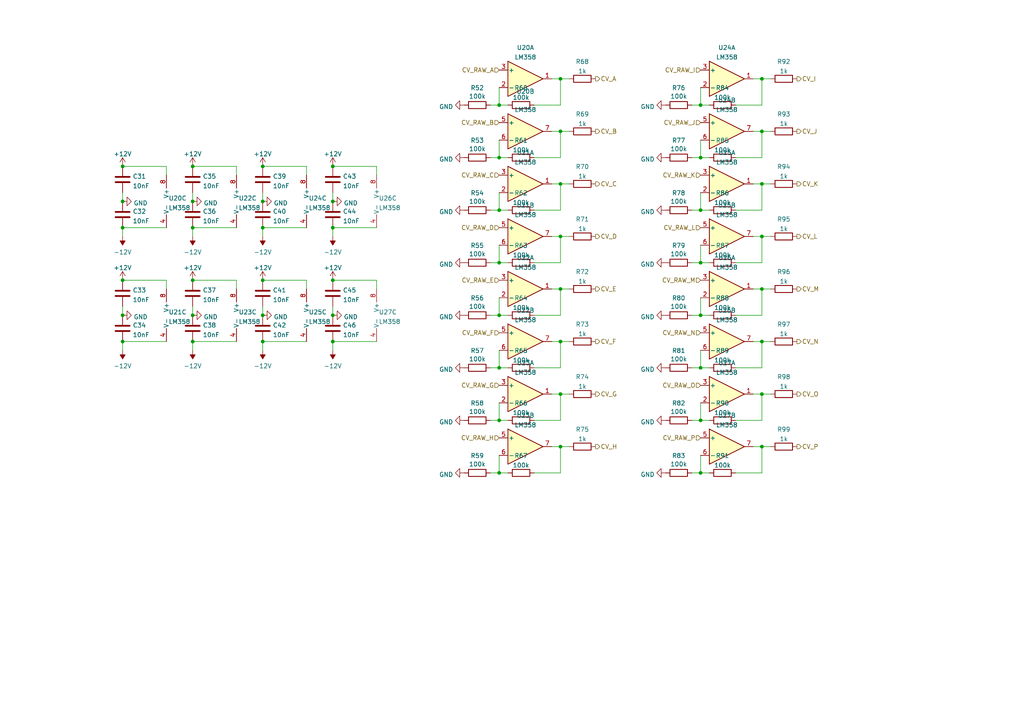
<source format=kicad_sch>
(kicad_sch (version 20211123) (generator eeschema)
  (paper "A4")
  (lib_symbols
    (symbol "Amplifier_Operational:LM358" (pin_names (offset 0.127))
      (property "Reference" "U" (at 0 5.08 0))
      (property "Value" "LM358" (at 0 -5.08 0))
      (symbol "LM358_1_1"
        (polyline (pts (xy -5.08 5.08) (xy 5.08 0) (xy -5.08 -5.08) (xy -5.08 5.08)) (stroke (width 0.254)) (fill (type background)))
        (pin output line (at 7.62 0 180) (length 2.54) (name "~") (number "1"))
        (pin input line (at -7.62 -2.54 0) (length 2.54) (name "-") (number "2"))
        (pin input line (at -7.62 2.54 0) (length 2.54) (name "+") (number "3"))
      )
      (symbol "LM358_2_1"
        (polyline (pts (xy -5.08 5.08) (xy 5.08 0) (xy -5.08 -5.08) (xy -5.08 5.08)) (stroke (width 0.254)) (fill (type background)))
        (pin input line (at -7.62 2.54 0) (length 2.54) (name "+") (number "5"))
        (pin input line (at -7.62 -2.54 0) (length 2.54) (name "-") (number "6"))
        (pin output line (at 7.62 0 180) (length 2.54) (name "~") (number "7"))
      )
      (symbol "LM358_3_1"
        (pin power_in line (at -2.54 -7.62 90) (length 3.81) (name "V-") (number "4"))
        (pin power_in line (at -2.54 7.62 270) (length 3.81) (name "V+") (number "8"))
      )
    )
    (symbol "Device:C" (pin_numbers hide) (pin_names (offset 0.254))
      (property "Reference" "C" (at 0.635 2.54 0))
      (property "Value" "C" (at 0.635 -2.54 0))
      (symbol "C_0_1"
        (polyline (pts (xy -2.032 -0.762) (xy 2.032 -0.762)) (stroke (width 0.508)))
        (polyline (pts (xy -2.032 0.762) (xy 2.032 0.762)) (stroke (width 0.508)))
      )
      (symbol "C_1_1"
        (pin passive line (at 0 3.81 270) (length 2.794) (name "~") (number "1"))
        (pin passive line (at 0 -3.81 90) (length 2.794) (name "~") (number "2"))
      )
    )
    (symbol "Device:R" (pin_numbers hide) (pin_names (offset 0))
      (property "Reference" "R" (at 2.032 0 90))
      (property "Value" "R" (at 0 0 90))
      (symbol "R_0_1"
        (rectangle (start -1.016 -2.54) (end 1.016 2.54) (stroke (width 0.254)))
      )
      (symbol "R_1_1"
        (pin passive line (at 0 3.81 270) (length 1.27) (name "~") (number "1"))
        (pin passive line (at 0 -3.81 90) (length 1.27) (name "~") (number "2"))
      )
    )
    (symbol "power:+12V" (power) (pin_names (offset 0))
      (property "Value" "+12V" (at 0 3.556 0))
      (symbol "+12V_0_1"
        (polyline (pts (xy -0.762 1.27) (xy 0 2.54)))
        (polyline (pts (xy 0 0) (xy 0 2.54)))
        (polyline (pts (xy 0 2.54) (xy 0.762 1.27)))
      )
      (symbol "+12V_1_1"
        (pin power_in line (at 0 0 90) (length 0) hide (name "+12V") (number "1"))
      )
    )
    (symbol "power:-12V" (power) (pin_names (offset 0))
      (property "Value" "-12V" (at 0 3.81 0))
      (symbol "-12V_0_0"
        (pin power_in line (at 0 0 90) (length 0) hide (name "-12V") (number "1"))
      )
      (symbol "-12V_0_1"
        (polyline (pts (xy 0 0) (xy 0 1.27) (xy 0.762 1.27) (xy 0 2.54) (xy -0.762 1.27) (xy 0 1.27)) (fill (type outline)))
      )
    )
    (symbol "power:GND" (power) (pin_names (offset 0))
      (property "Value" "GND" (at 0 -3.81 0))
      (symbol "GND_0_1"
        (polyline (pts (xy 0 0) (xy 0 -1.27) (xy 1.27 -1.27) (xy 0 -2.54) (xy -1.27 -1.27) (xy 0 -1.27)))
      )
      (symbol "GND_1_1"
        (pin power_in line (at 0 0 270) (length 0) hide (name "GND") (number "1"))
      )
    )
  )
  (junction (at 162.56 68.58))
  (junction (at 203.2 91.44))
  (junction (at 76.2 58.42))
  (junction (at 203.2 60.96))
  (junction (at 144.78 106.68))
  (junction (at 55.88 81.28))
  (junction (at 162.56 53.34))
  (junction (at 76.2 48.26))
  (junction (at 220.98 129.54))
  (junction (at 220.98 83.82))
  (junction (at 144.78 137.16))
  (junction (at 203.2 106.68))
  (junction (at 76.2 81.28))
  (junction (at 55.88 66.04))
  (junction (at 144.78 60.96))
  (junction (at 144.78 45.72))
  (junction (at 162.56 38.1))
  (junction (at 162.56 22.86))
  (junction (at 96.52 48.26))
  (junction (at 162.56 99.06))
  (junction (at 203.2 30.48))
  (junction (at 55.88 58.42))
  (junction (at 35.56 91.44))
  (junction (at 144.78 121.92))
  (junction (at 96.52 81.28))
  (junction (at 76.2 91.44))
  (junction (at 96.52 66.04))
  (junction (at 203.2 76.2))
  (junction (at 144.78 30.48))
  (junction (at 203.2 121.92))
  (junction (at 35.56 81.28))
  (junction (at 220.98 99.06))
  (junction (at 96.52 99.06))
  (junction (at 96.52 58.42))
  (junction (at 162.56 129.54))
  (junction (at 35.56 66.04))
  (junction (at 55.88 91.44))
  (junction (at 162.56 83.82))
  (junction (at 162.56 114.3))
  (junction (at 220.98 68.58))
  (junction (at 203.2 137.16))
  (junction (at 55.88 48.26))
  (junction (at 76.2 99.06))
  (junction (at 144.78 76.2))
  (junction (at 96.52 91.44))
  (junction (at 144.78 91.44))
  (junction (at 55.88 99.06))
  (junction (at 203.2 45.72))
  (junction (at 35.56 99.06))
  (junction (at 35.56 48.26))
  (junction (at 76.2 66.04))
  (junction (at 220.98 53.34))
  (junction (at 35.56 58.42))
  (junction (at 220.98 22.86))
  (junction (at 220.98 38.1))
  (junction (at 220.98 114.3))
  (wire (pts (xy 96.52 81.28) (xy 109.22 81.28)))
  (wire (pts (xy 144.78 55.88) (xy 144.78 60.96)))
  (wire (pts (xy 154.94 121.92) (xy 162.56 121.92)))
  (wire (pts (xy 220.98 99.06) (xy 223.52 99.06)))
  (wire (pts (xy 142.24 60.96) (xy 144.78 60.96)))
  (wire (pts (xy 68.58 81.28) (xy 68.58 83.82)))
  (wire (pts (xy 213.36 106.68) (xy 220.98 106.68)))
  (wire (pts (xy 203.2 121.92) (xy 205.74 121.92)))
  (wire (pts (xy 76.2 66.04) (xy 88.9 66.04)))
  (wire (pts (xy 162.56 53.34) (xy 165.1 53.34)))
  (wire (pts (xy 96.52 99.06) (xy 109.22 99.06)))
  (wire (pts (xy 154.94 60.96) (xy 162.56 60.96)))
  (wire (pts (xy 162.56 38.1) (xy 165.1 38.1)))
  (wire (pts (xy 76.2 55.88) (xy 76.2 58.42)))
  (wire (pts (xy 160.02 99.06) (xy 162.56 99.06)))
  (wire (pts (xy 203.2 116.84) (xy 203.2 121.92)))
  (wire (pts (xy 203.2 40.64) (xy 203.2 45.72)))
  (wire (pts (xy 162.56 60.96) (xy 162.56 53.34)))
  (wire (pts (xy 160.02 129.54) (xy 162.56 129.54)))
  (wire (pts (xy 220.98 68.58) (xy 223.52 68.58)))
  (wire (pts (xy 76.2 99.06) (xy 76.2 101.6)))
  (wire (pts (xy 162.56 99.06) (xy 165.1 99.06)))
  (wire (pts (xy 160.02 38.1) (xy 162.56 38.1)))
  (wire (pts (xy 144.78 76.2) (xy 147.32 76.2)))
  (wire (pts (xy 160.02 22.86) (xy 162.56 22.86)))
  (wire (pts (xy 154.94 91.44) (xy 162.56 91.44)))
  (wire (pts (xy 154.94 76.2) (xy 162.56 76.2)))
  (wire (pts (xy 200.66 30.48) (xy 203.2 30.48)))
  (wire (pts (xy 55.88 99.06) (xy 55.88 101.6)))
  (wire (pts (xy 220.98 83.82) (xy 223.52 83.82)))
  (wire (pts (xy 218.44 83.82) (xy 220.98 83.82)))
  (wire (pts (xy 88.9 48.26) (xy 88.9 50.8)))
  (wire (pts (xy 142.24 91.44) (xy 144.78 91.44)))
  (wire (pts (xy 218.44 68.58) (xy 220.98 68.58)))
  (wire (pts (xy 142.24 121.92) (xy 144.78 121.92)))
  (wire (pts (xy 203.2 60.96) (xy 205.74 60.96)))
  (wire (pts (xy 203.2 106.68) (xy 205.74 106.68)))
  (wire (pts (xy 203.2 30.48) (xy 205.74 30.48)))
  (wire (pts (xy 203.2 101.6) (xy 203.2 106.68)))
  (wire (pts (xy 144.78 91.44) (xy 147.32 91.44)))
  (wire (pts (xy 203.2 76.2) (xy 205.74 76.2)))
  (wire (pts (xy 144.78 106.68) (xy 147.32 106.68)))
  (wire (pts (xy 213.36 76.2) (xy 220.98 76.2)))
  (wire (pts (xy 76.2 48.26) (xy 88.9 48.26)))
  (wire (pts (xy 160.02 68.58) (xy 162.56 68.58)))
  (wire (pts (xy 96.52 99.06) (xy 96.52 101.6)))
  (wire (pts (xy 218.44 38.1) (xy 220.98 38.1)))
  (wire (pts (xy 160.02 83.82) (xy 162.56 83.82)))
  (wire (pts (xy 142.24 30.48) (xy 144.78 30.48)))
  (wire (pts (xy 203.2 71.12) (xy 203.2 76.2)))
  (wire (pts (xy 220.98 76.2) (xy 220.98 68.58)))
  (wire (pts (xy 220.98 121.92) (xy 220.98 114.3)))
  (wire (pts (xy 218.44 22.86) (xy 220.98 22.86)))
  (wire (pts (xy 200.66 45.72) (xy 203.2 45.72)))
  (wire (pts (xy 220.98 60.96) (xy 220.98 53.34)))
  (wire (pts (xy 144.78 60.96) (xy 147.32 60.96)))
  (wire (pts (xy 144.78 132.08) (xy 144.78 137.16)))
  (wire (pts (xy 200.66 76.2) (xy 203.2 76.2)))
  (wire (pts (xy 162.56 137.16) (xy 162.56 129.54)))
  (wire (pts (xy 203.2 25.4) (xy 203.2 30.48)))
  (wire (pts (xy 160.02 114.3) (xy 162.56 114.3)))
  (wire (pts (xy 35.56 99.06) (xy 35.56 101.6)))
  (wire (pts (xy 162.56 30.48) (xy 162.56 22.86)))
  (wire (pts (xy 76.2 99.06) (xy 88.9 99.06)))
  (wire (pts (xy 55.88 66.04) (xy 55.88 68.58)))
  (wire (pts (xy 218.44 129.54) (xy 220.98 129.54)))
  (wire (pts (xy 96.52 88.9) (xy 96.52 91.44)))
  (wire (pts (xy 220.98 129.54) (xy 223.52 129.54)))
  (wire (pts (xy 142.24 137.16) (xy 144.78 137.16)))
  (wire (pts (xy 144.78 45.72) (xy 147.32 45.72)))
  (wire (pts (xy 203.2 55.88) (xy 203.2 60.96)))
  (wire (pts (xy 144.78 30.48) (xy 147.32 30.48)))
  (wire (pts (xy 220.98 22.86) (xy 223.52 22.86)))
  (wire (pts (xy 76.2 88.9) (xy 76.2 91.44)))
  (wire (pts (xy 35.56 81.28) (xy 48.26 81.28)))
  (wire (pts (xy 35.56 66.04) (xy 35.56 68.58)))
  (wire (pts (xy 154.94 30.48) (xy 162.56 30.48)))
  (wire (pts (xy 200.66 60.96) (xy 203.2 60.96)))
  (wire (pts (xy 88.9 81.28) (xy 88.9 83.82)))
  (wire (pts (xy 35.56 55.88) (xy 35.56 58.42)))
  (wire (pts (xy 144.78 137.16) (xy 147.32 137.16)))
  (wire (pts (xy 35.56 66.04) (xy 48.26 66.04)))
  (wire (pts (xy 162.56 114.3) (xy 165.1 114.3)))
  (wire (pts (xy 144.78 116.84) (xy 144.78 121.92)))
  (wire (pts (xy 144.78 121.92) (xy 147.32 121.92)))
  (wire (pts (xy 48.26 81.28) (xy 48.26 83.82)))
  (wire (pts (xy 154.94 106.68) (xy 162.56 106.68)))
  (wire (pts (xy 35.56 48.26) (xy 48.26 48.26)))
  (wire (pts (xy 203.2 86.36) (xy 203.2 91.44)))
  (wire (pts (xy 220.98 30.48) (xy 220.98 22.86)))
  (wire (pts (xy 162.56 129.54) (xy 165.1 129.54)))
  (wire (pts (xy 96.52 66.04) (xy 96.52 68.58)))
  (wire (pts (xy 154.94 137.16) (xy 162.56 137.16)))
  (wire (pts (xy 55.88 99.06) (xy 68.58 99.06)))
  (wire (pts (xy 162.56 91.44) (xy 162.56 83.82)))
  (wire (pts (xy 109.22 48.26) (xy 109.22 50.8)))
  (wire (pts (xy 76.2 81.28) (xy 88.9 81.28)))
  (wire (pts (xy 220.98 106.68) (xy 220.98 99.06)))
  (wire (pts (xy 144.78 86.36) (xy 144.78 91.44)))
  (wire (pts (xy 220.98 114.3) (xy 223.52 114.3)))
  (wire (pts (xy 142.24 76.2) (xy 144.78 76.2)))
  (wire (pts (xy 144.78 40.64) (xy 144.78 45.72)))
  (wire (pts (xy 200.66 121.92) (xy 203.2 121.92)))
  (wire (pts (xy 55.88 66.04) (xy 68.58 66.04)))
  (wire (pts (xy 55.88 55.88) (xy 55.88 58.42)))
  (wire (pts (xy 213.36 91.44) (xy 220.98 91.44)))
  (wire (pts (xy 220.98 137.16) (xy 220.98 129.54)))
  (wire (pts (xy 76.2 66.04) (xy 76.2 68.58)))
  (wire (pts (xy 162.56 83.82) (xy 165.1 83.82)))
  (wire (pts (xy 203.2 45.72) (xy 205.74 45.72)))
  (wire (pts (xy 200.66 106.68) (xy 203.2 106.68)))
  (wire (pts (xy 200.66 91.44) (xy 203.2 91.44)))
  (wire (pts (xy 203.2 91.44) (xy 205.74 91.44)))
  (wire (pts (xy 55.88 48.26) (xy 68.58 48.26)))
  (wire (pts (xy 144.78 71.12) (xy 144.78 76.2)))
  (wire (pts (xy 162.56 45.72) (xy 162.56 38.1)))
  (wire (pts (xy 218.44 99.06) (xy 220.98 99.06)))
  (wire (pts (xy 144.78 101.6) (xy 144.78 106.68)))
  (wire (pts (xy 213.36 30.48) (xy 220.98 30.48)))
  (wire (pts (xy 162.56 68.58) (xy 165.1 68.58)))
  (wire (pts (xy 213.36 60.96) (xy 220.98 60.96)))
  (wire (pts (xy 109.22 81.28) (xy 109.22 83.82)))
  (wire (pts (xy 162.56 22.86) (xy 165.1 22.86)))
  (wire (pts (xy 220.98 45.72) (xy 220.98 38.1)))
  (wire (pts (xy 162.56 76.2) (xy 162.56 68.58)))
  (wire (pts (xy 55.88 81.28) (xy 68.58 81.28)))
  (wire (pts (xy 142.24 106.68) (xy 144.78 106.68)))
  (wire (pts (xy 203.2 137.16) (xy 205.74 137.16)))
  (wire (pts (xy 220.98 38.1) (xy 223.52 38.1)))
  (wire (pts (xy 142.24 45.72) (xy 144.78 45.72)))
  (wire (pts (xy 213.36 121.92) (xy 220.98 121.92)))
  (wire (pts (xy 68.58 48.26) (xy 68.58 50.8)))
  (wire (pts (xy 162.56 121.92) (xy 162.56 114.3)))
  (wire (pts (xy 203.2 132.08) (xy 203.2 137.16)))
  (wire (pts (xy 220.98 53.34) (xy 223.52 53.34)))
  (wire (pts (xy 48.26 48.26) (xy 48.26 50.8)))
  (wire (pts (xy 96.52 48.26) (xy 109.22 48.26)))
  (wire (pts (xy 220.98 91.44) (xy 220.98 83.82)))
  (wire (pts (xy 96.52 66.04) (xy 109.22 66.04)))
  (wire (pts (xy 200.66 137.16) (xy 203.2 137.16)))
  (wire (pts (xy 213.36 45.72) (xy 220.98 45.72)))
  (wire (pts (xy 144.78 25.4) (xy 144.78 30.48)))
  (wire (pts (xy 218.44 53.34) (xy 220.98 53.34)))
  (wire (pts (xy 218.44 114.3) (xy 220.98 114.3)))
  (wire (pts (xy 55.88 88.9) (xy 55.88 91.44)))
  (wire (pts (xy 213.36 137.16) (xy 220.98 137.16)))
  (wire (pts (xy 162.56 106.68) (xy 162.56 99.06)))
  (wire (pts (xy 35.56 88.9) (xy 35.56 91.44)))
  (wire (pts (xy 35.56 99.06) (xy 48.26 99.06)))
  (wire (pts (xy 96.52 55.88) (xy 96.52 58.42)))
  (wire (pts (xy 154.94 45.72) (xy 162.56 45.72)))
  (wire (pts (xy 160.02 53.34) (xy 162.56 53.34)))
  (hierarchical_label "CV_RAW_E" (shape input) (at 144.78 81.28 180))
  (hierarchical_label "CV_D" (shape output) (at 172.72 68.58 0))
  (hierarchical_label "CV_L" (shape output) (at 231.14 68.58 0))
  (hierarchical_label "CV_RAW_H" (shape input) (at 144.78 127 180))
  (hierarchical_label "CV_G" (shape output) (at 172.72 114.3 0))
  (hierarchical_label "CV_E" (shape output) (at 172.72 83.82 0))
  (hierarchical_label "CV_RAW_K" (shape input) (at 203.2 50.8 180))
  (hierarchical_label "CV_RAW_J" (shape input) (at 203.2 35.56 180))
  (hierarchical_label "CV_RAW_I" (shape input) (at 203.2 20.32 180))
  (hierarchical_label "CV_RAW_B" (shape input) (at 144.78 35.56 180))
  (hierarchical_label "CV_I" (shape output) (at 231.14 22.86 0))
  (hierarchical_label "CV_J" (shape output) (at 231.14 38.1 0))
  (hierarchical_label "CV_RAW_A" (shape input) (at 144.78 20.32 180))
  (hierarchical_label "CV_M" (shape output) (at 231.14 83.82 0))
  (hierarchical_label "CV_B" (shape output) (at 172.72 38.1 0))
  (hierarchical_label "CV_RAW_L" (shape input) (at 203.2 66.04 180))
  (hierarchical_label "CV_A" (shape output) (at 172.72 22.86 0))
  (hierarchical_label "CV_RAW_O" (shape input) (at 203.2 111.76 180))
  (hierarchical_label "CV_RAW_G" (shape input) (at 144.78 111.76 180))
  (hierarchical_label "CV_RAW_F" (shape input) (at 144.78 96.52 180))
  (hierarchical_label "CV_RAW_N" (shape input) (at 203.2 96.52 180))
  (hierarchical_label "CV_K" (shape output) (at 231.14 53.34 0))
  (hierarchical_label "CV_RAW_P" (shape input) (at 203.2 127 180))
  (hierarchical_label "CV_RAW_D" (shape input) (at 144.78 66.04 180))
  (hierarchical_label "CV_O" (shape output) (at 231.14 114.3 0))
  (hierarchical_label "CV_H" (shape output) (at 172.72 129.54 0))
  (hierarchical_label "CV_F" (shape output) (at 172.72 99.06 0))
  (hierarchical_label "CV_RAW_M" (shape input) (at 203.2 81.28 180))
  (hierarchical_label "CV_N" (shape output) (at 231.14 99.06 0))
  (hierarchical_label "CV_RAW_C" (shape input) (at 144.78 50.8 180))
  (hierarchical_label "CV_P" (shape output) (at 231.14 129.54 0))
  (hierarchical_label "CV_C" (shape output) (at 172.72 53.34 0))
  (symbol (lib_id "Device:R") (at 196.85 106.68 90) (unit 1)
    (property "Reference" "R81" (at 196.85 101.6975 90))
    (property "Value" "100k" (at 196.85 104.14 90))
    (property "Footprint" "Resistor_SMD:R_1206_3216Metric_Pad1.30x1.75mm_HandSolder" (effects hide))
  )
  (symbol (lib_id "Device:C") (at 96.52 62.23 0) (unit 1)
    (property "Reference" "C44" (at 99.441 61.3215 0) (effects (justify left)))
    (property "Value" "10nF" (at 99.441 64.0966 0) (effects (justify left)))
    (property "Footprint" "Capacitor_SMD:C_1206_3216Metric_Pad1.33x1.80mm_HandSolder" (effects hide))
  )
  (symbol (lib_id "power:GND") (at 193.04 137.16 270) (unit 1)
    (property "Reference" "#PWR0154" (effects hide))
    (property "Value" "GND" (at 189.8651 137.639 90) (effects (justify right)))
  )
  (symbol (lib_id "Device:C") (at 35.56 62.23 0) (unit 1)
    (property "Reference" "C32" (at 38.481 61.3215 0) (effects (justify left)))
    (property "Value" "10nF" (at 38.481 64.0966 0) (effects (justify left)))
    (property "Footprint" "Capacitor_SMD:C_1206_3216Metric_Pad1.33x1.80mm_HandSolder" (effects hide))
  )
  (symbol (lib_id "power:GND") (at 134.62 76.2 270) (unit 1)
    (property "Reference" "#PWR0142" (effects hide))
    (property "Value" "GND" (at 131.4451 76.679 90) (effects (justify right)))
  )
  (symbol (lib_id "Device:R") (at 168.91 83.82 90) (unit 1)
    (property "Reference" "R72" (at 168.91 78.8375 90))
    (property "Value" "1k" (at 168.91 81.6126 90))
    (property "Footprint" "Resistor_SMD:R_1206_3216Metric_Pad1.30x1.75mm_HandSolder" (effects hide))
  )
  (symbol (lib_id "power:GND") (at 76.2 58.42 90) (unit 1)
    (property "Reference" "#PWR098" (effects hide))
    (property "Value" "GND" (at 79.375 58.899 90) (effects (justify right)))
  )
  (symbol (lib_id "power:GND") (at 134.62 137.16 270) (unit 1)
    (property "Reference" "#PWR0146" (effects hide))
    (property "Value" "GND" (at 131.4451 137.639 90) (effects (justify right)))
  )
  (symbol (lib_id "Amplifier_Operational:LM358") (at 152.4 68.58 0) (unit 2)
    (property "Reference" "U21" (at 152.4 59.5335 0))
    (property "Value" "LM358" (at 152.4 62.3086 0))
    (property "Footprint" "Package_DIP:DIP-8_W7.62mm_Socket_LongPads" (effects hide))
    (property "Datasheet" "http://www.ti.com/lit/ds/symlink/lm2904-n.pdf" (effects hide))
  )
  (symbol (lib_id "power:-12V") (at 96.52 68.58 180) (unit 1)
    (property "Reference" "#PWR0135" (effects hide))
    (property "Value" "-12V" (at 96.52 73.1425 0))
  )
  (symbol (lib_id "Device:R") (at 151.13 60.96 90) (unit 1)
    (property "Reference" "R62" (at 151.13 55.9775 90))
    (property "Value" "100k" (at 151.13 58.7526 90))
    (property "Footprint" "Resistor_SMD:R_1206_3216Metric_Pad1.30x1.75mm_HandSolder" (effects hide))
  )
  (symbol (lib_id "Amplifier_Operational:LM358") (at 210.82 53.34 0) (unit 1)
    (property "Reference" "U25" (at 210.82 44.2935 0))
    (property "Value" "LM358" (at 210.82 47.0686 0))
    (property "Footprint" "Package_DIP:DIP-8_W7.62mm_Socket_LongPads" (effects hide))
    (property "Datasheet" "http://www.ti.com/lit/ds/symlink/lm2904-n.pdf" (effects hide))
  )
  (symbol (lib_id "Device:R") (at 151.13 76.2 90) (unit 1)
    (property "Reference" "R63" (at 151.13 71.2175 90))
    (property "Value" "100k" (at 151.13 73.9926 90))
    (property "Footprint" "Resistor_SMD:R_1206_3216Metric_Pad1.30x1.75mm_HandSolder" (effects hide))
  )
  (symbol (lib_id "power:GND") (at 193.04 121.92 270) (unit 1)
    (property "Reference" "#PWR0153" (effects hide))
    (property "Value" "GND" (at 189.8651 122.399 90) (effects (justify right)))
  )
  (symbol (lib_id "Amplifier_Operational:LM358") (at 71.12 58.42 0) (unit 3)
    (property "Reference" "U22" (at 69.215 57.5115 0) (effects (justify left)))
    (property "Value" "LM358" (at 69.215 60.2866 0) (effects (justify left)))
    (property "Footprint" "Package_DIP:DIP-8_W7.62mm_Socket_LongPads" (effects hide))
    (property "Datasheet" "http://www.ti.com/lit/ds/symlink/lm2904-n.pdf" (effects hide))
  )
  (symbol (lib_id "Device:R") (at 151.13 106.68 90) (unit 1)
    (property "Reference" "R65" (at 151.13 101.6975 90))
    (property "Value" "100k" (at 151.13 104.4726 90))
    (property "Footprint" "Resistor_SMD:R_1206_3216Metric_Pad1.30x1.75mm_HandSolder" (effects hide))
  )
  (symbol (lib_id "Device:C") (at 55.88 85.09 0) (unit 1)
    (property "Reference" "C37" (at 58.801 84.1815 0) (effects (justify left)))
    (property "Value" "10nF" (at 58.801 86.9566 0) (effects (justify left)))
    (property "Footprint" "Capacitor_SMD:C_1206_3216Metric_Pad1.33x1.80mm_HandSolder" (effects hide))
  )
  (symbol (lib_id "power:+12V") (at 35.56 48.26 0) (unit 1)
    (property "Reference" "#PWR085" (effects hide))
    (property "Value" "+12V" (at 35.56 44.6555 0))
  )
  (symbol (lib_id "Device:R") (at 168.91 129.54 90) (unit 1)
    (property "Reference" "R75" (at 168.91 124.5575 90))
    (property "Value" "1k" (at 168.91 127.3326 90))
    (property "Footprint" "Resistor_SMD:R_1206_3216Metric_Pad1.30x1.75mm_HandSolder" (effects hide))
  )
  (symbol (lib_id "power:+12V") (at 76.2 81.28 0) (unit 1)
    (property "Reference" "#PWR0100" (effects hide))
    (property "Value" "+12V" (at 76.2 77.6755 0))
  )
  (symbol (lib_id "Device:R") (at 168.91 99.06 90) (unit 1)
    (property "Reference" "R73" (at 168.91 94.0775 90))
    (property "Value" "1k" (at 168.91 96.8526 90))
    (property "Footprint" "Resistor_SMD:R_1206_3216Metric_Pad1.30x1.75mm_HandSolder" (effects hide))
  )
  (symbol (lib_id "Amplifier_Operational:LM358") (at 210.82 99.06 0) (unit 2)
    (property "Reference" "U26" (at 210.82 90.0135 0))
    (property "Value" "LM358" (at 210.82 92.7886 0))
    (property "Footprint" "Package_DIP:DIP-8_W7.62mm_Socket_LongPads" (effects hide))
    (property "Datasheet" "http://www.ti.com/lit/ds/symlink/lm2904-n.pdf" (effects hide))
  )
  (symbol (lib_id "Device:R") (at 209.55 137.16 90) (unit 1)
    (property "Reference" "R91" (at 209.55 132.1775 90))
    (property "Value" "100k" (at 209.55 134.9526 90))
    (property "Footprint" "Resistor_SMD:R_1206_3216Metric_Pad1.30x1.75mm_HandSolder" (effects hide))
  )
  (symbol (lib_id "Device:C") (at 55.88 52.07 0) (unit 1)
    (property "Reference" "C35" (at 58.801 51.1615 0) (effects (justify left)))
    (property "Value" "10nF" (at 58.801 53.9366 0) (effects (justify left)))
    (property "Footprint" "Capacitor_SMD:C_1206_3216Metric_Pad1.33x1.80mm_HandSolder" (effects hide))
  )
  (symbol (lib_id "Device:C") (at 55.88 95.25 0) (unit 1)
    (property "Reference" "C38" (at 58.801 94.3415 0) (effects (justify left)))
    (property "Value" "10nF" (at 58.801 97.1166 0) (effects (justify left)))
    (property "Footprint" "Capacitor_SMD:C_1206_3216Metric_Pad1.33x1.80mm_HandSolder" (effects hide))
  )
  (symbol (lib_id "Device:R") (at 227.33 53.34 90) (unit 1)
    (property "Reference" "R94" (at 227.33 48.3575 90))
    (property "Value" "1k" (at 227.33 51.1326 90))
    (property "Footprint" "Resistor_SMD:R_1206_3216Metric_Pad1.30x1.75mm_HandSolder" (effects hide))
  )
  (symbol (lib_id "Amplifier_Operational:LM358") (at 111.76 58.42 0) (unit 3)
    (property "Reference" "U26" (at 109.855 57.5115 0) (effects (justify left)))
    (property "Value" "LM358" (at 109.855 60.2866 0) (effects (justify left)))
    (property "Footprint" "Package_DIP:DIP-8_W7.62mm_Socket_LongPads" (effects hide))
    (property "Datasheet" "http://www.ti.com/lit/ds/symlink/lm2904-n.pdf" (effects hide))
  )
  (symbol (lib_id "Device:R") (at 196.85 30.48 90) (unit 1)
    (property "Reference" "R76" (at 196.85 25.4975 90))
    (property "Value" "100k" (at 196.85 27.94 90))
    (property "Footprint" "Resistor_SMD:R_1206_3216Metric_Pad1.30x1.75mm_HandSolder" (effects hide))
  )
  (symbol (lib_id "power:GND") (at 134.62 91.44 270) (unit 1)
    (property "Reference" "#PWR0143" (effects hide))
    (property "Value" "GND" (at 131.4451 91.919 90) (effects (justify right)))
  )
  (symbol (lib_id "Amplifier_Operational:LM358") (at 152.4 99.06 0) (unit 2)
    (property "Reference" "U22" (at 152.4 90.0135 0))
    (property "Value" "LM358" (at 152.4 92.7886 0))
    (property "Footprint" "Package_DIP:DIP-8_W7.62mm_Socket_LongPads" (effects hide))
    (property "Datasheet" "http://www.ti.com/lit/ds/symlink/lm2904-n.pdf" (effects hide))
  )
  (symbol (lib_id "power:+12V") (at 96.52 81.28 0) (unit 1)
    (property "Reference" "#PWR0136" (effects hide))
    (property "Value" "+12V" (at 96.52 77.6755 0))
  )
  (symbol (lib_id "Device:R") (at 227.33 22.86 90) (unit 1)
    (property "Reference" "R92" (at 227.33 17.8775 90))
    (property "Value" "1k" (at 227.33 20.6526 90))
    (property "Footprint" "Resistor_SMD:R_1206_3216Metric_Pad1.30x1.75mm_HandSolder" (effects hide))
  )
  (symbol (lib_id "power:-12V") (at 35.56 68.58 180) (unit 1)
    (property "Reference" "#PWR087" (effects hide))
    (property "Value" "-12V" (at 35.56 73.1425 0))
  )
  (symbol (lib_id "power:-12V") (at 76.2 68.58 180) (unit 1)
    (property "Reference" "#PWR099" (effects hide))
    (property "Value" "-12V" (at 76.2 73.1425 0))
  )
  (symbol (lib_id "Device:R") (at 227.33 83.82 90) (unit 1)
    (property "Reference" "R96" (at 227.33 78.8375 90))
    (property "Value" "1k" (at 227.33 81.6126 90))
    (property "Footprint" "Resistor_SMD:R_1206_3216Metric_Pad1.30x1.75mm_HandSolder" (effects hide))
  )
  (symbol (lib_id "Amplifier_Operational:LM358") (at 91.44 58.42 0) (unit 3)
    (property "Reference" "U24" (at 89.535 57.5115 0) (effects (justify left)))
    (property "Value" "LM358" (at 89.535 60.2866 0) (effects (justify left)))
    (property "Footprint" "Package_DIP:DIP-8_W7.62mm_Socket_LongPads" (effects hide))
    (property "Datasheet" "http://www.ti.com/lit/ds/symlink/lm2904-n.pdf" (effects hide))
  )
  (symbol (lib_id "Device:R") (at 227.33 99.06 90) (unit 1)
    (property "Reference" "R97" (at 227.33 94.0775 90))
    (property "Value" "1k" (at 227.33 96.8526 90))
    (property "Footprint" "Resistor_SMD:R_1206_3216Metric_Pad1.30x1.75mm_HandSolder" (effects hide))
  )
  (symbol (lib_id "Device:C") (at 35.56 95.25 0) (unit 1)
    (property "Reference" "C34" (at 38.481 94.3415 0) (effects (justify left)))
    (property "Value" "10nF" (at 38.481 97.1166 0) (effects (justify left)))
    (property "Footprint" "Capacitor_SMD:C_1206_3216Metric_Pad1.33x1.80mm_HandSolder" (effects hide))
  )
  (symbol (lib_id "power:GND") (at 193.04 91.44 270) (unit 1)
    (property "Reference" "#PWR0151" (effects hide))
    (property "Value" "GND" (at 189.8651 91.919 90) (effects (justify right)))
  )
  (symbol (lib_id "Device:R") (at 196.85 91.44 90) (unit 1)
    (property "Reference" "R80" (at 196.85 86.4575 90))
    (property "Value" "100k" (at 196.85 88.9 90))
    (property "Footprint" "Resistor_SMD:R_1206_3216Metric_Pad1.30x1.75mm_HandSolder" (effects hide))
  )
  (symbol (lib_id "Device:C") (at 76.2 52.07 0) (unit 1)
    (property "Reference" "C39" (at 79.121 51.1615 0) (effects (justify left)))
    (property "Value" "10nF" (at 79.121 53.9366 0) (effects (justify left)))
    (property "Footprint" "Capacitor_SMD:C_1206_3216Metric_Pad1.33x1.80mm_HandSolder" (effects hide))
  )
  (symbol (lib_id "Device:R") (at 227.33 38.1 90) (unit 1)
    (property "Reference" "R93" (at 227.33 33.1175 90))
    (property "Value" "1k" (at 227.33 35.8926 90))
    (property "Footprint" "Resistor_SMD:R_1206_3216Metric_Pad1.30x1.75mm_HandSolder" (effects hide))
  )
  (symbol (lib_id "Device:R") (at 151.13 137.16 90) (unit 1)
    (property "Reference" "R67" (at 151.13 132.1775 90))
    (property "Value" "100k" (at 151.13 134.9526 90))
    (property "Footprint" "Resistor_SMD:R_1206_3216Metric_Pad1.30x1.75mm_HandSolder" (effects hide))
  )
  (symbol (lib_id "Amplifier_Operational:LM358") (at 50.8 58.42 0) (unit 3)
    (property "Reference" "U20" (at 48.895 57.5115 0) (effects (justify left)))
    (property "Value" "LM358" (at 48.895 60.2866 0) (effects (justify left)))
    (property "Footprint" "Package_DIP:DIP-8_W7.62mm_Socket_LongPads" (effects hide))
    (property "Datasheet" "http://www.ti.com/lit/ds/symlink/lm2904-n.pdf" (effects hide))
  )
  (symbol (lib_id "Device:R") (at 196.85 121.92 90) (unit 1)
    (property "Reference" "R82" (at 196.85 116.9375 90))
    (property "Value" "100k" (at 196.85 119.38 90))
    (property "Footprint" "Resistor_SMD:R_1206_3216Metric_Pad1.30x1.75mm_HandSolder" (effects hide))
  )
  (symbol (lib_id "power:GND") (at 55.88 58.42 90) (unit 1)
    (property "Reference" "#PWR092" (effects hide))
    (property "Value" "GND" (at 59.055 58.899 90) (effects (justify right)))
  )
  (symbol (lib_id "Device:C") (at 35.56 85.09 0) (unit 1)
    (property "Reference" "C33" (at 38.481 84.1815 0) (effects (justify left)))
    (property "Value" "10nF" (at 38.481 86.9566 0) (effects (justify left)))
    (property "Footprint" "Capacitor_SMD:C_1206_3216Metric_Pad1.33x1.80mm_HandSolder" (effects hide))
  )
  (symbol (lib_id "Device:R") (at 209.55 30.48 90) (unit 1)
    (property "Reference" "R84" (at 209.55 25.4975 90))
    (property "Value" "100k" (at 209.55 28.2726 90))
    (property "Footprint" "Resistor_SMD:R_1206_3216Metric_Pad1.30x1.75mm_HandSolder" (effects hide))
  )
  (symbol (lib_id "Amplifier_Operational:LM358") (at 152.4 38.1 0) (unit 2)
    (property "Reference" "U20" (at 152.4 26.5135 0))
    (property "Value" "LM358" (at 152.4 31.8286 0))
    (property "Footprint" "Package_DIP:DIP-8_W7.62mm_Socket_LongPads" (effects hide))
    (property "Datasheet" "http://www.ti.com/lit/ds/symlink/lm2904-n.pdf" (effects hide))
  )
  (symbol (lib_id "Device:R") (at 227.33 68.58 90) (unit 1)
    (property "Reference" "R95" (at 227.33 63.5975 90))
    (property "Value" "1k" (at 227.33 66.3726 90))
    (property "Footprint" "Resistor_SMD:R_1206_3216Metric_Pad1.30x1.75mm_HandSolder" (effects hide))
  )
  (symbol (lib_id "Device:R") (at 168.91 38.1 90) (unit 1)
    (property "Reference" "R69" (at 168.91 33.1175 90))
    (property "Value" "1k" (at 168.91 35.8926 90))
    (property "Footprint" "Resistor_SMD:R_1206_3216Metric_Pad1.30x1.75mm_HandSolder" (effects hide))
  )
  (symbol (lib_id "Amplifier_Operational:LM358") (at 152.4 22.86 0) (unit 1)
    (property "Reference" "U20" (at 152.4 13.8135 0))
    (property "Value" "LM358" (at 152.4 16.5886 0))
    (property "Footprint" "Package_DIP:DIP-8_W7.62mm_Socket_LongPads" (effects hide))
    (property "Datasheet" "http://www.ti.com/lit/ds/symlink/lm2904-n.pdf" (effects hide))
  )
  (symbol (lib_id "Device:C") (at 96.52 85.09 0) (unit 1)
    (property "Reference" "C45" (at 99.441 84.1815 0) (effects (justify left)))
    (property "Value" "10nF" (at 99.441 86.9566 0) (effects (justify left)))
    (property "Footprint" "Capacitor_SMD:C_1206_3216Metric_Pad1.33x1.80mm_HandSolder" (effects hide))
  )
  (symbol (lib_id "power:GND") (at 134.62 30.48 270) (unit 1)
    (property "Reference" "#PWR0139" (effects hide))
    (property "Value" "GND" (at 131.4451 30.959 90) (effects (justify right)))
  )
  (symbol (lib_id "Amplifier_Operational:LM358") (at 152.4 114.3 0) (unit 1)
    (property "Reference" "U23" (at 152.4 105.2535 0))
    (property "Value" "LM358" (at 152.4 108.0286 0))
    (property "Footprint" "Package_DIP:DIP-8_W7.62mm_Socket_LongPads" (effects hide))
    (property "Datasheet" "http://www.ti.com/lit/ds/symlink/lm2904-n.pdf" (effects hide))
  )
  (symbol (lib_id "power:-12V") (at 35.56 101.6 180) (unit 1)
    (property "Reference" "#PWR090" (effects hide))
    (property "Value" "-12V" (at 35.56 106.1625 0))
  )
  (symbol (lib_id "power:+12V") (at 76.2 48.26 0) (unit 1)
    (property "Reference" "#PWR097" (effects hide))
    (property "Value" "+12V" (at 76.2 44.6555 0))
  )
  (symbol (lib_id "power:-12V") (at 55.88 101.6 180) (unit 1)
    (property "Reference" "#PWR096" (effects hide))
    (property "Value" "-12V" (at 55.88 106.1625 0))
  )
  (symbol (lib_id "power:GND") (at 35.56 58.42 90) (unit 1)
    (property "Reference" "#PWR086" (effects hide))
    (property "Value" "GND" (at 38.735 58.899 90) (effects (justify right)))
  )
  (symbol (lib_id "Device:R") (at 138.43 76.2 90) (unit 1)
    (property "Reference" "R55" (at 138.43 71.2175 90))
    (property "Value" "100k" (at 138.43 73.66 90))
    (property "Footprint" "Resistor_SMD:R_1206_3216Metric_Pad1.30x1.75mm_HandSolder" (effects hide))
  )
  (symbol (lib_id "Device:R") (at 168.91 22.86 90) (unit 1)
    (property "Reference" "R68" (at 168.91 17.8775 90))
    (property "Value" "1k" (at 168.91 20.6526 90))
    (property "Footprint" "Resistor_SMD:R_1206_3216Metric_Pad1.30x1.75mm_HandSolder" (effects hide))
  )
  (symbol (lib_id "power:+12V") (at 55.88 48.26 0) (unit 1)
    (property "Reference" "#PWR091" (effects hide))
    (property "Value" "+12V" (at 55.88 44.6555 0))
  )
  (symbol (lib_id "Device:R") (at 209.55 76.2 90) (unit 1)
    (property "Reference" "R87" (at 209.55 71.2175 90))
    (property "Value" "100k" (at 209.55 73.9926 90))
    (property "Footprint" "Resistor_SMD:R_1206_3216Metric_Pad1.30x1.75mm_HandSolder" (effects hide))
  )
  (symbol (lib_id "power:GND") (at 134.62 60.96 270) (unit 1)
    (property "Reference" "#PWR0141" (effects hide))
    (property "Value" "GND" (at 131.4451 61.439 90) (effects (justify right)))
  )
  (symbol (lib_id "Device:R") (at 196.85 76.2 90) (unit 1)
    (property "Reference" "R79" (at 196.85 71.2175 90))
    (property "Value" "100k" (at 196.85 73.66 90))
    (property "Footprint" "Resistor_SMD:R_1206_3216Metric_Pad1.30x1.75mm_HandSolder" (effects hide))
  )
  (symbol (lib_id "power:GND") (at 134.62 45.72 270) (unit 1)
    (property "Reference" "#PWR0140" (effects hide))
    (property "Value" "GND" (at 131.4451 46.199 90) (effects (justify right)))
  )
  (symbol (lib_id "power:-12V") (at 96.52 101.6 180) (unit 1)
    (property "Reference" "#PWR0138" (effects hide))
    (property "Value" "-12V" (at 96.52 106.1625 0))
  )
  (symbol (lib_id "Amplifier_Operational:LM358") (at 71.12 91.44 0) (unit 3)
    (property "Reference" "U23" (at 69.215 90.5315 0) (effects (justify left)))
    (property "Value" "LM358" (at 69.215 93.3066 0) (effects (justify left)))
    (property "Footprint" "Package_DIP:DIP-8_W7.62mm_Socket_LongPads" (effects hide))
    (property "Datasheet" "http://www.ti.com/lit/ds/symlink/lm2904-n.pdf" (effects hide))
  )
  (symbol (lib_id "Amplifier_Operational:LM358") (at 111.76 91.44 0) (unit 3)
    (property "Reference" "U27" (at 109.855 90.5315 0) (effects (justify left)))
    (property "Value" "LM358" (at 109.855 93.3066 0) (effects (justify left)))
    (property "Footprint" "Package_DIP:DIP-8_W7.62mm_Socket_LongPads" (effects hide))
    (property "Datasheet" "http://www.ti.com/lit/ds/symlink/lm2904-n.pdf" (effects hide))
  )
  (symbol (lib_id "Device:R") (at 138.43 91.44 90) (unit 1)
    (property "Reference" "R56" (at 138.43 86.4575 90))
    (property "Value" "100k" (at 138.43 88.9 90))
    (property "Footprint" "Resistor_SMD:R_1206_3216Metric_Pad1.30x1.75mm_HandSolder" (effects hide))
  )
  (symbol (lib_id "power:-12V") (at 76.2 101.6 180) (unit 1)
    (property "Reference" "#PWR0132" (effects hide))
    (property "Value" "-12V" (at 76.2 106.1625 0))
  )
  (symbol (lib_id "Device:C") (at 96.52 52.07 0) (unit 1)
    (property "Reference" "C43" (at 99.441 51.1615 0) (effects (justify left)))
    (property "Value" "10nF" (at 99.441 53.9366 0) (effects (justify left)))
    (property "Footprint" "Capacitor_SMD:C_1206_3216Metric_Pad1.33x1.80mm_HandSolder" (effects hide))
  )
  (symbol (lib_id "Device:R") (at 151.13 91.44 90) (unit 1)
    (property "Reference" "R64" (at 151.13 86.4575 90))
    (property "Value" "100k" (at 151.13 89.2326 90))
    (property "Footprint" "Resistor_SMD:R_1206_3216Metric_Pad1.30x1.75mm_HandSolder" (effects hide))
  )
  (symbol (lib_id "power:GND") (at 76.2 91.44 90) (unit 1)
    (property "Reference" "#PWR0131" (effects hide))
    (property "Value" "GND" (at 79.375 91.919 90) (effects (justify right)))
  )
  (symbol (lib_id "Amplifier_Operational:LM358") (at 152.4 129.54 0) (unit 2)
    (property "Reference" "U23" (at 152.4 120.4935 0))
    (property "Value" "LM358" (at 152.4 123.2686 0))
    (property "Footprint" "Package_DIP:DIP-8_W7.62mm_Socket_LongPads" (effects hide))
    (property "Datasheet" "http://www.ti.com/lit/ds/symlink/lm2904-n.pdf" (effects hide))
  )
  (symbol (lib_id "Amplifier_Operational:LM358") (at 152.4 53.34 0) (unit 1)
    (property "Reference" "U21" (at 152.4 44.2935 0))
    (property "Value" "LM358" (at 152.4 47.0686 0))
    (property "Footprint" "Package_DIP:DIP-8_W7.62mm_Socket_LongPads" (effects hide))
    (property "Datasheet" "http://www.ti.com/lit/ds/symlink/lm2904-n.pdf" (effects hide))
  )
  (symbol (lib_id "Device:R") (at 196.85 45.72 90) (unit 1)
    (property "Reference" "R77" (at 196.85 40.7375 90))
    (property "Value" "100k" (at 196.85 43.18 90))
    (property "Footprint" "Resistor_SMD:R_1206_3216Metric_Pad1.30x1.75mm_HandSolder" (effects hide))
  )
  (symbol (lib_id "Device:R") (at 209.55 60.96 90) (unit 1)
    (property "Reference" "R86" (at 209.55 55.9775 90))
    (property "Value" "100k" (at 209.55 58.7526 90))
    (property "Footprint" "Resistor_SMD:R_1206_3216Metric_Pad1.30x1.75mm_HandSolder" (effects hide))
  )
  (symbol (lib_id "power:GND") (at 96.52 58.42 90) (unit 1)
    (property "Reference" "#PWR0134" (effects hide))
    (property "Value" "GND" (at 99.695 58.899 90) (effects (justify right)))
  )
  (symbol (lib_id "Device:R") (at 168.91 53.34 90) (unit 1)
    (property "Reference" "R70" (at 168.91 48.3575 90))
    (property "Value" "1k" (at 168.91 51.1326 90))
    (property "Footprint" "Resistor_SMD:R_1206_3216Metric_Pad1.30x1.75mm_HandSolder" (effects hide))
  )
  (symbol (lib_id "Device:R") (at 138.43 121.92 90) (unit 1)
    (property "Reference" "R58" (at 138.43 116.9375 90))
    (property "Value" "100k" (at 138.43 119.38 90))
    (property "Footprint" "Resistor_SMD:R_1206_3216Metric_Pad1.30x1.75mm_HandSolder" (effects hide))
  )
  (symbol (lib_id "power:GND") (at 193.04 30.48 270) (unit 1)
    (property "Reference" "#PWR0147" (effects hide))
    (property "Value" "GND" (at 189.8651 30.959 90) (effects (justify right)))
  )
  (symbol (lib_id "power:GND") (at 193.04 106.68 270) (unit 1)
    (property "Reference" "#PWR0152" (effects hide))
    (property "Value" "GND" (at 189.8651 107.159 90) (effects (justify right)))
  )
  (symbol (lib_id "Amplifier_Operational:LM358") (at 210.82 68.58 0) (unit 2)
    (property "Reference" "U25" (at 210.82 59.5335 0))
    (property "Value" "LM358" (at 210.82 62.3086 0))
    (property "Footprint" "Package_DIP:DIP-8_W7.62mm_Socket_LongPads" (effects hide))
    (property "Datasheet" "http://www.ti.com/lit/ds/symlink/lm2904-n.pdf" (effects hide))
  )
  (symbol (lib_id "Device:C") (at 76.2 62.23 0) (unit 1)
    (property "Reference" "C40" (at 79.121 61.3215 0) (effects (justify left)))
    (property "Value" "10nF" (at 79.121 64.0966 0) (effects (justify left)))
    (property "Footprint" "Capacitor_SMD:C_1206_3216Metric_Pad1.33x1.80mm_HandSolder" (effects hide))
  )
  (symbol (lib_id "Device:R") (at 138.43 106.68 90) (unit 1)
    (property "Reference" "R57" (at 138.43 101.6975 90))
    (property "Value" "100k" (at 138.43 104.14 90))
    (property "Footprint" "Resistor_SMD:R_1206_3216Metric_Pad1.30x1.75mm_HandSolder" (effects hide))
  )
  (symbol (lib_id "Amplifier_Operational:LM358") (at 210.82 38.1 0) (unit 2)
    (property "Reference" "U24" (at 210.82 29.0535 0))
    (property "Value" "LM358" (at 210.82 31.8286 0))
    (property "Footprint" "Package_DIP:DIP-8_W7.62mm_Socket_LongPads" (effects hide))
    (property "Datasheet" "http://www.ti.com/lit/ds/symlink/lm2904-n.pdf" (effects hide))
  )
  (symbol (lib_id "Device:R") (at 138.43 45.72 90) (unit 1)
    (property "Reference" "R53" (at 138.43 40.7375 90))
    (property "Value" "100k" (at 138.43 43.18 90))
    (property "Footprint" "Resistor_SMD:R_1206_3216Metric_Pad1.30x1.75mm_HandSolder" (effects hide))
  )
  (symbol (lib_id "Device:R") (at 151.13 45.72 90) (unit 1)
    (property "Reference" "R61" (at 151.13 40.7375 90))
    (property "Value" "100k" (at 151.13 43.5126 90))
    (property "Footprint" "Resistor_SMD:R_1206_3216Metric_Pad1.30x1.75mm_HandSolder" (effects hide))
  )
  (symbol (lib_id "Device:C") (at 55.88 62.23 0) (unit 1)
    (property "Reference" "C36" (at 58.801 61.3215 0) (effects (justify left)))
    (property "Value" "10nF" (at 58.801 64.0966 0) (effects (justify left)))
    (property "Footprint" "Capacitor_SMD:C_1206_3216Metric_Pad1.33x1.80mm_HandSolder" (effects hide))
  )
  (symbol (lib_id "Device:R") (at 168.91 114.3 90) (unit 1)
    (property "Reference" "R74" (at 168.91 109.3175 90))
    (property "Value" "1k" (at 168.91 112.0926 90))
    (property "Footprint" "Resistor_SMD:R_1206_3216Metric_Pad1.30x1.75mm_HandSolder" (effects hide))
  )
  (symbol (lib_id "Amplifier_Operational:LM358") (at 210.82 83.82 0) (unit 1)
    (property "Reference" "U26" (at 210.82 74.7735 0))
    (property "Value" "LM358" (at 210.82 77.5486 0))
    (property "Footprint" "Package_DIP:DIP-8_W7.62mm_Socket_LongPads" (effects hide))
    (property "Datasheet" "http://www.ti.com/lit/ds/symlink/lm2904-n.pdf" (effects hide))
  )
  (symbol (lib_id "Amplifier_Operational:LM358") (at 152.4 83.82 0) (unit 1)
    (property "Reference" "U22" (at 152.4 74.7735 0))
    (property "Value" "LM358" (at 152.4 77.5486 0))
    (property "Footprint" "Package_DIP:DIP-8_W7.62mm_Socket_LongPads" (effects hide))
    (property "Datasheet" "http://www.ti.com/lit/ds/symlink/lm2904-n.pdf" (effects hide))
  )
  (symbol (lib_id "power:GND") (at 55.88 91.44 90) (unit 1)
    (property "Reference" "#PWR095" (effects hide))
    (property "Value" "GND" (at 59.055 91.919 90) (effects (justify right)))
  )
  (symbol (lib_id "Device:R") (at 168.91 68.58 90) (unit 1)
    (property "Reference" "R71" (at 168.91 63.5975 90))
    (property "Value" "1k" (at 168.91 66.3726 90))
    (property "Footprint" "Resistor_SMD:R_1206_3216Metric_Pad1.30x1.75mm_HandSolder" (effects hide))
  )
  (symbol (lib_id "Device:R") (at 138.43 137.16 90) (unit 1)
    (property "Reference" "R59" (at 138.43 132.1775 90))
    (property "Value" "100k" (at 138.43 134.62 90))
    (property "Footprint" "Resistor_SMD:R_1206_3216Metric_Pad1.30x1.75mm_HandSolder" (effects hide))
  )
  (symbol (lib_id "power:+12V") (at 96.52 48.26 0) (unit 1)
    (property "Reference" "#PWR0133" (effects hide))
    (property "Value" "+12V" (at 96.52 44.6555 0))
  )
  (symbol (lib_id "Device:R") (at 227.33 114.3 90) (unit 1)
    (property "Reference" "R98" (at 227.33 109.3175 90))
    (property "Value" "1k" (at 227.33 112.0926 90))
    (property "Footprint" "Resistor_SMD:R_1206_3216Metric_Pad1.30x1.75mm_HandSolder" (effects hide))
  )
  (symbol (lib_id "power:GND") (at 134.62 121.92 270) (unit 1)
    (property "Reference" "#PWR0145" (effects hide))
    (property "Value" "GND" (at 131.4451 122.399 90) (effects (justify right)))
  )
  (symbol (lib_id "Device:C") (at 96.52 95.25 0) (unit 1)
    (property "Reference" "C46" (at 99.441 94.3415 0) (effects (justify left)))
    (property "Value" "10nF" (at 99.441 97.1166 0) (effects (justify left)))
    (property "Footprint" "Capacitor_SMD:C_1206_3216Metric_Pad1.33x1.80mm_HandSolder" (effects hide))
  )
  (symbol (lib_id "Device:C") (at 76.2 85.09 0) (unit 1)
    (property "Reference" "C41" (at 79.121 84.1815 0) (effects (justify left)))
    (property "Value" "10nF" (at 79.121 86.9566 0) (effects (justify left)))
    (property "Footprint" "Capacitor_SMD:C_1206_3216Metric_Pad1.33x1.80mm_HandSolder" (effects hide))
  )
  (symbol (lib_id "power:GND") (at 134.62 106.68 270) (unit 1)
    (property "Reference" "#PWR0144" (effects hide))
    (property "Value" "GND" (at 131.4451 107.159 90) (effects (justify right)))
  )
  (symbol (lib_id "Device:R") (at 209.55 45.72 90) (unit 1)
    (property "Reference" "R85" (at 209.55 40.7375 90))
    (property "Value" "100k" (at 209.55 43.5126 90))
    (property "Footprint" "Resistor_SMD:R_1206_3216Metric_Pad1.30x1.75mm_HandSolder" (effects hide))
  )
  (symbol (lib_id "Device:C") (at 35.56 52.07 0) (unit 1)
    (property "Reference" "C31" (at 38.481 51.1615 0) (effects (justify left)))
    (property "Value" "10nF" (at 38.481 53.9366 0) (effects (justify left)))
    (property "Footprint" "Capacitor_SMD:C_1206_3216Metric_Pad1.33x1.80mm_HandSolder" (effects hide))
  )
  (symbol (lib_id "Device:R") (at 227.33 129.54 90) (unit 1)
    (property "Reference" "R99" (at 227.33 124.5575 90))
    (property "Value" "1k" (at 227.33 127.3326 90))
    (property "Footprint" "Resistor_SMD:R_1206_3216Metric_Pad1.30x1.75mm_HandSolder" (effects hide))
  )
  (symbol (lib_id "Device:R") (at 138.43 30.48 90) (unit 1)
    (property "Reference" "R52" (at 138.43 25.4975 90))
    (property "Value" "100k" (at 138.43 27.94 90))
    (property "Footprint" "Resistor_SMD:R_1206_3216Metric_Pad1.30x1.75mm_HandSolder" (effects hide))
  )
  (symbol (lib_id "Device:R") (at 196.85 137.16 90) (unit 1)
    (property "Reference" "R83" (at 196.85 132.1775 90))
    (property "Value" "100k" (at 196.85 134.62 90))
    (property "Footprint" "Resistor_SMD:R_1206_3216Metric_Pad1.30x1.75mm_HandSolder" (effects hide))
  )
  (symbol (lib_id "Device:R") (at 209.55 106.68 90) (unit 1)
    (property "Reference" "R89" (at 209.55 101.6975 90))
    (property "Value" "100k" (at 209.55 104.4726 90))
    (property "Footprint" "Resistor_SMD:R_1206_3216Metric_Pad1.30x1.75mm_HandSolder" (effects hide))
  )
  (symbol (lib_id "power:+12V") (at 55.88 81.28 0) (unit 1)
    (property "Reference" "#PWR094" (effects hide))
    (property "Value" "+12V" (at 55.88 77.6755 0))
  )
  (symbol (lib_id "power:GND") (at 193.04 45.72 270) (unit 1)
    (property "Reference" "#PWR0148" (effects hide))
    (property "Value" "GND" (at 189.8651 46.199 90) (effects (justify right)))
  )
  (symbol (lib_id "power:+12V") (at 35.56 81.28 0) (unit 1)
    (property "Reference" "#PWR088" (effects hide))
    (property "Value" "+12V" (at 35.56 77.6755 0))
  )
  (symbol (lib_id "Device:R") (at 196.85 60.96 90) (unit 1)
    (property "Reference" "R78" (at 196.85 55.9775 90))
    (property "Value" "100k" (at 196.85 58.42 90))
    (property "Footprint" "Resistor_SMD:R_1206_3216Metric_Pad1.30x1.75mm_HandSolder" (effects hide))
  )
  (symbol (lib_id "Amplifier_Operational:LM358") (at 210.82 129.54 0) (unit 2)
    (property "Reference" "U27" (at 210.82 120.4935 0))
    (property "Value" "LM358" (at 210.82 123.2686 0))
    (property "Footprint" "Package_DIP:DIP-8_W7.62mm_Socket_LongPads" (effects hide))
    (property "Datasheet" "http://www.ti.com/lit/ds/symlink/lm2904-n.pdf" (effects hide))
  )
  (symbol (lib_id "Amplifier_Operational:LM358") (at 210.82 22.86 0) (unit 1)
    (property "Reference" "U24" (at 210.82 13.8135 0))
    (property "Value" "LM358" (at 210.82 16.5886 0))
    (property "Footprint" "Package_DIP:DIP-8_W7.62mm_Socket_LongPads" (effects hide))
    (property "Datasheet" "http://www.ti.com/lit/ds/symlink/lm2904-n.pdf" (effects hide))
  )
  (symbol (lib_id "Device:R") (at 209.55 91.44 90) (unit 1)
    (property "Reference" "R88" (at 209.55 86.4575 90))
    (property "Value" "100k" (at 209.55 89.2326 90))
    (property "Footprint" "Resistor_SMD:R_1206_3216Metric_Pad1.30x1.75mm_HandSolder" (effects hide))
  )
  (symbol (lib_id "power:GND") (at 193.04 76.2 270) (unit 1)
    (property "Reference" "#PWR0150" (effects hide))
    (property "Value" "GND" (at 189.8651 76.679 90) (effects (justify right)))
  )
  (symbol (lib_id "Device:R") (at 151.13 30.48 90) (unit 1)
    (property "Reference" "R60" (at 151.13 25.4975 90))
    (property "Value" "100k" (at 151.13 28.2726 90))
    (property "Footprint" "Resistor_SMD:R_1206_3216Metric_Pad1.30x1.75mm_HandSolder" (effects hide))
  )
  (symbol (lib_id "Device:R") (at 209.55 121.92 90) (unit 1)
    (property "Reference" "R90" (at 209.55 116.9375 90))
    (property "Value" "100k" (at 209.55 119.7126 90))
    (property "Footprint" "Resistor_SMD:R_1206_3216Metric_Pad1.30x1.75mm_HandSolder" (effects hide))
  )
  (symbol (lib_id "Device:R") (at 138.43 60.96 90) (unit 1)
    (property "Reference" "R54" (at 138.43 55.9775 90))
    (property "Value" "100k" (at 138.43 58.42 90))
    (property "Footprint" "Resistor_SMD:R_1206_3216Metric_Pad1.30x1.75mm_HandSolder" (effects hide))
  )
  (symbol (lib_id "Device:C") (at 76.2 95.25 0) (unit 1)
    (property "Reference" "C42" (at 79.121 94.3415 0) (effects (justify left)))
    (property "Value" "10nF" (at 79.121 97.1166 0) (effects (justify left)))
    (property "Footprint" "Capacitor_SMD:C_1206_3216Metric_Pad1.33x1.80mm_HandSolder" (effects hide))
  )
  (symbol (lib_id "Amplifier_Operational:LM358") (at 91.44 91.44 0) (unit 3)
    (property "Reference" "U25" (at 89.535 90.5315 0) (effects (justify left)))
    (property "Value" "LM358" (at 89.535 93.3066 0) (effects (justify left)))
    (property "Footprint" "Package_DIP:DIP-8_W7.62mm_Socket_LongPads" (effects hide))
    (property "Datasheet" "http://www.ti.com/lit/ds/symlink/lm2904-n.pdf" (effects hide))
  )
  (symbol (lib_id "power:GND") (at 193.04 60.96 270) (unit 1)
    (property "Reference" "#PWR0149" (effects hide))
    (property "Value" "GND" (at 189.8651 61.439 90) (effects (justify right)))
  )
  (symbol (lib_id "power:-12V") (at 55.88 68.58 180) (unit 1)
    (property "Reference" "#PWR093" (effects hide))
    (property "Value" "-12V" (at 55.88 73.1425 0))
  )
  (symbol (lib_id "power:GND") (at 96.52 91.44 90) (unit 1)
    (property "Reference" "#PWR0137" (effects hide))
    (property "Value" "GND" (at 99.695 91.919 90) (effects (justify right)))
  )
  (symbol (lib_id "Amplifier_Operational:LM358") (at 210.82 114.3 0) (unit 1)
    (property "Reference" "U27" (at 210.82 105.2535 0))
    (property "Value" "LM358" (at 210.82 108.0286 0))
    (property "Footprint" "Package_DIP:DIP-8_W7.62mm_Socket_LongPads" (effects hide))
    (property "Datasheet" "http://www.ti.com/lit/ds/symlink/lm2904-n.pdf" (effects hide))
  )
  (symbol (lib_id "Amplifier_Operational:LM358") (at 50.8 91.44 0) (unit 3)
    (property "Reference" "U21" (at 48.895 90.5315 0) (effects (justify left)))
    (property "Value" "LM358" (at 48.895 93.3066 0) (effects (justify left)))
    (property "Footprint" "Package_DIP:DIP-8_W7.62mm_Socket_LongPads" (effects hide))
    (property "Datasheet" "http://www.ti.com/lit/ds/symlink/lm2904-n.pdf" (effects hide))
  )
  (symbol (lib_id "Device:R") (at 151.13 121.92 90) (unit 1)
    (property "Reference" "R66" (at 151.13 116.9375 90))
    (property "Value" "100k" (at 151.13 119.7126 90))
    (property "Footprint" "Resistor_SMD:R_1206_3216Metric_Pad1.30x1.75mm_HandSolder" (effects hide))
  )
  (symbol (lib_id "power:GND") (at 35.56 91.44 90) (unit 1)
    (property "Reference" "#PWR089" (effects hide))
    (property "Value" "GND" (at 38.735 91.919 90) (effects (justify right)))
  )
)
</source>
